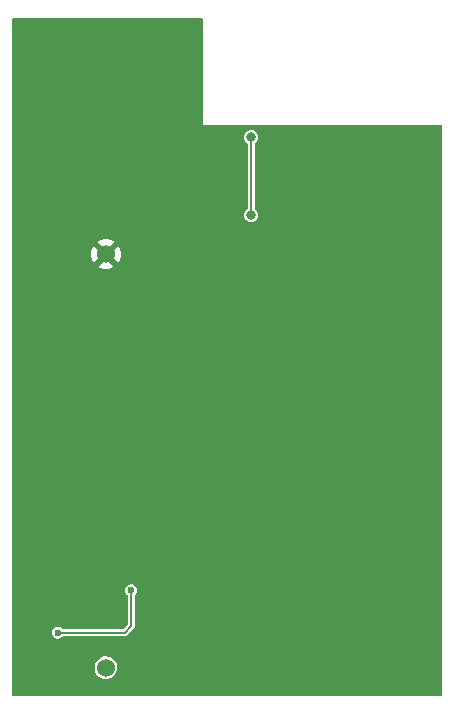
<source format=gbl>
%TF.GenerationSoftware,KiCad,Pcbnew,6.0.0-d3dd2cf0fa~116~ubuntu20.04.1*%
%TF.CreationDate,2022-01-26T23:02:35+01:00*%
%TF.ProjectId,han_to_wifi_board,68616e5f-746f-45f7-9769-66695f626f61,rev?*%
%TF.SameCoordinates,Original*%
%TF.FileFunction,Copper,L2,Bot*%
%TF.FilePolarity,Positive*%
%FSLAX46Y46*%
G04 Gerber Fmt 4.6, Leading zero omitted, Abs format (unit mm)*
G04 Created by KiCad (PCBNEW 6.0.0-d3dd2cf0fa~116~ubuntu20.04.1) date 2022-01-26 23:02:35*
%MOMM*%
%LPD*%
G01*
G04 APERTURE LIST*
%TA.AperFunction,ComponentPad*%
%ADD10C,1.524000*%
%TD*%
%TA.AperFunction,ViaPad*%
%ADD11C,0.600000*%
%TD*%
%TA.AperFunction,ViaPad*%
%ADD12C,0.800000*%
%TD*%
%TA.AperFunction,Conductor*%
%ADD13C,0.200000*%
%TD*%
G04 APERTURE END LIST*
D10*
%TO.P,C3,1*%
%TO.N,/24V*%
X119280000Y-148550000D03*
%TO.P,C3,2*%
%TO.N,GND*%
X119280000Y-113550000D03*
%TD*%
D11*
%TO.N,Net-(R16-Pad2)*%
X115189000Y-145592800D03*
D12*
%TO.N,GND*%
X116332000Y-143256000D03*
D11*
%TO.N,Net-(R16-Pad2)*%
X121412000Y-141986000D03*
%TO.N,GND*%
X114300000Y-142748000D03*
X114300000Y-141732000D03*
X115316000Y-142748000D03*
X113284000Y-142748000D03*
X115316000Y-141732000D03*
D12*
X133350000Y-137160000D03*
X123444000Y-111760000D03*
X132588000Y-125984000D03*
X138176000Y-124460000D03*
X131572000Y-121412000D03*
X125476000Y-122428000D03*
X123444000Y-117856000D03*
X120904000Y-117856000D03*
X118872000Y-118364000D03*
X116840000Y-117856000D03*
X125984000Y-126492000D03*
X121920000Y-130556000D03*
X116840000Y-135636000D03*
X118872000Y-135636000D03*
X123444000Y-138176000D03*
X119888000Y-136144000D03*
X119888000Y-146304000D03*
X117856000Y-143256000D03*
D11*
X113284000Y-141732000D03*
D12*
X113538000Y-149860000D03*
X128270000Y-143510000D03*
X145034000Y-143510000D03*
X140970000Y-137160000D03*
X144780000Y-124968000D03*
X142240000Y-124968000D03*
X146812000Y-121412000D03*
X146304000Y-117856000D03*
%TO.N,/~{RST}*%
X131572000Y-103632000D03*
X131572000Y-110236000D03*
%TD*%
D13*
%TO.N,Net-(R16-Pad2)*%
X115189000Y-145592800D02*
X120853200Y-145592800D01*
X120853200Y-145592800D02*
X121412000Y-145034000D01*
X121412000Y-145034000D02*
X121412000Y-141986000D01*
%TO.N,/~{RST}*%
X131572000Y-103632000D02*
X131572000Y-110236000D01*
%TD*%
%TA.AperFunction,Conductor*%
%TO.N,GND*%
G36*
X127450121Y-93565002D02*
G01*
X127496614Y-93618658D01*
X127508000Y-93671000D01*
X127508000Y-102616000D01*
X147629000Y-102616000D01*
X147697121Y-102636002D01*
X147743614Y-102689658D01*
X147755000Y-102742000D01*
X147755000Y-150804000D01*
X147734998Y-150872121D01*
X147681342Y-150918614D01*
X147629000Y-150930000D01*
X111451000Y-150930000D01*
X111382879Y-150909998D01*
X111336386Y-150856342D01*
X111325000Y-150804000D01*
X111325000Y-148536496D01*
X118312937Y-148536496D01*
X118328732Y-148724590D01*
X118380760Y-148906034D01*
X118467040Y-149073917D01*
X118470865Y-149078743D01*
X118470867Y-149078746D01*
X118580456Y-149217014D01*
X118580460Y-149217019D01*
X118584285Y-149221844D01*
X118728030Y-149344180D01*
X118733408Y-149347186D01*
X118733410Y-149347187D01*
X118810415Y-149390223D01*
X118892800Y-149436267D01*
X119072317Y-149494595D01*
X119259745Y-149516945D01*
X119265880Y-149516473D01*
X119265882Y-149516473D01*
X119441803Y-149502937D01*
X119441807Y-149502936D01*
X119447945Y-149502464D01*
X119453877Y-149500808D01*
X119453881Y-149500807D01*
X119623804Y-149453363D01*
X119623808Y-149453362D01*
X119629748Y-149451703D01*
X119709297Y-149411520D01*
X119792728Y-149369377D01*
X119792730Y-149369376D01*
X119798229Y-149366598D01*
X119946970Y-149250388D01*
X119950996Y-149245724D01*
X119950999Y-149245721D01*
X120066278Y-149112169D01*
X120066279Y-149112167D01*
X120070307Y-149107501D01*
X120163542Y-148943378D01*
X120223123Y-148764272D01*
X120246780Y-148577005D01*
X120247157Y-148550000D01*
X120228738Y-148362145D01*
X120174181Y-148181445D01*
X120085566Y-148014783D01*
X119966266Y-147868508D01*
X119960475Y-147863717D01*
X119825577Y-147752120D01*
X119825574Y-147752118D01*
X119820827Y-147748191D01*
X119654788Y-147658414D01*
X119474474Y-147602597D01*
X119468356Y-147601954D01*
X119468351Y-147601953D01*
X119292881Y-147583511D01*
X119292879Y-147583511D01*
X119286752Y-147582867D01*
X119171125Y-147593390D01*
X119104914Y-147599415D01*
X119104913Y-147599415D01*
X119098773Y-147599974D01*
X118917697Y-147653268D01*
X118750420Y-147740718D01*
X118603316Y-147858993D01*
X118481986Y-148003588D01*
X118391052Y-148168996D01*
X118333978Y-148348917D01*
X118312937Y-148536496D01*
X111325000Y-148536496D01*
X111325000Y-145586623D01*
X114683391Y-145586623D01*
X114701980Y-145728779D01*
X114759720Y-145860003D01*
X114765497Y-145866876D01*
X114765498Y-145866877D01*
X114789327Y-145895225D01*
X114851970Y-145969748D01*
X114971313Y-146049190D01*
X115108157Y-146091942D01*
X115117129Y-146092106D01*
X115117132Y-146092107D01*
X115182463Y-146093304D01*
X115251499Y-146094570D01*
X115260533Y-146092107D01*
X115381158Y-146059221D01*
X115381160Y-146059220D01*
X115389817Y-146056860D01*
X115511991Y-145981845D01*
X115522941Y-145969748D01*
X115554623Y-145934746D01*
X115615166Y-145897664D01*
X115648039Y-145893300D01*
X120800834Y-145893300D01*
X120803507Y-145893496D01*
X120808542Y-145895225D01*
X120820164Y-145894789D01*
X120820166Y-145894789D01*
X120857455Y-145893389D01*
X120862181Y-145893300D01*
X120881148Y-145893300D01*
X120885883Y-145892418D01*
X120889409Y-145892190D01*
X120893149Y-145892049D01*
X120920408Y-145891026D01*
X120931093Y-145886436D01*
X120935693Y-145885399D01*
X120947414Y-145881838D01*
X120951817Y-145880139D01*
X120963253Y-145878009D01*
X120984241Y-145865072D01*
X121000611Y-145856569D01*
X121015088Y-145850349D01*
X121015092Y-145850347D01*
X121023263Y-145846836D01*
X121028149Y-145842822D01*
X121030334Y-145840637D01*
X121032597Y-145838585D01*
X121032742Y-145838745D01*
X121041749Y-145831625D01*
X121048644Y-145825373D01*
X121058548Y-145819268D01*
X121075116Y-145797480D01*
X121086310Y-145784661D01*
X121587452Y-145283519D01*
X121589486Y-145281763D01*
X121594269Y-145279425D01*
X121627573Y-145243523D01*
X121630853Y-145240118D01*
X121644248Y-145226723D01*
X121646972Y-145222753D01*
X121649297Y-145220105D01*
X121662490Y-145205882D01*
X121670401Y-145197354D01*
X121674713Y-145186547D01*
X121677232Y-145182562D01*
X121683004Y-145171753D01*
X121684911Y-145167448D01*
X121691493Y-145157854D01*
X121697186Y-145133864D01*
X121702751Y-145116268D01*
X121708586Y-145101642D01*
X121711883Y-145093378D01*
X121712500Y-145087085D01*
X121712500Y-145084003D01*
X121712650Y-145080933D01*
X121712866Y-145080944D01*
X121714198Y-145069569D01*
X121714653Y-145060255D01*
X121717340Y-145048934D01*
X121713651Y-145021827D01*
X121712500Y-145004836D01*
X121712500Y-142448449D01*
X121732502Y-142380328D01*
X121745085Y-142363894D01*
X121825176Y-142275411D01*
X121825181Y-142275404D01*
X121831200Y-142268754D01*
X121893710Y-142139733D01*
X121917496Y-141998354D01*
X121917647Y-141986000D01*
X121897323Y-141844082D01*
X121837984Y-141713572D01*
X121819598Y-141692234D01*
X121750260Y-141611763D01*
X121750257Y-141611760D01*
X121744400Y-141604963D01*
X121624095Y-141526985D01*
X121486739Y-141485907D01*
X121477763Y-141485852D01*
X121477762Y-141485852D01*
X121417555Y-141485484D01*
X121343376Y-141485031D01*
X121205529Y-141524428D01*
X121084280Y-141600930D01*
X120989377Y-141708388D01*
X120928447Y-141838163D01*
X120906391Y-141979823D01*
X120907555Y-141988725D01*
X120907555Y-141988728D01*
X120908814Y-141998354D01*
X120924980Y-142121979D01*
X120982720Y-142253203D01*
X120988497Y-142260076D01*
X120988498Y-142260077D01*
X120995792Y-142268754D01*
X121069689Y-142356665D01*
X121074970Y-142362948D01*
X121074063Y-142363710D01*
X121106934Y-142416653D01*
X121111500Y-142450265D01*
X121111500Y-144857339D01*
X121091498Y-144925460D01*
X121074595Y-144946434D01*
X120765634Y-145255395D01*
X120703322Y-145289421D01*
X120676539Y-145292300D01*
X115648549Y-145292300D01*
X115580428Y-145272298D01*
X115553096Y-145248548D01*
X115527259Y-145218563D01*
X115521400Y-145211763D01*
X115401095Y-145133785D01*
X115263739Y-145092707D01*
X115254763Y-145092652D01*
X115254762Y-145092652D01*
X115194555Y-145092284D01*
X115120376Y-145091831D01*
X114982529Y-145131228D01*
X114861280Y-145207730D01*
X114766377Y-145315188D01*
X114705447Y-145444963D01*
X114683391Y-145586623D01*
X111325000Y-145586623D01*
X111325000Y-114608777D01*
X118585777Y-114608777D01*
X118595074Y-114620793D01*
X118638069Y-114650898D01*
X118647555Y-114656376D01*
X118838993Y-114745645D01*
X118849285Y-114749391D01*
X119053309Y-114804059D01*
X119064104Y-114805962D01*
X119274525Y-114824372D01*
X119285475Y-114824372D01*
X119495896Y-114805962D01*
X119506691Y-114804059D01*
X119710715Y-114749391D01*
X119721007Y-114745645D01*
X119912445Y-114656376D01*
X119921931Y-114650898D01*
X119965764Y-114620207D01*
X119974139Y-114609729D01*
X119967071Y-114596281D01*
X119292812Y-113922022D01*
X119278868Y-113914408D01*
X119277035Y-113914539D01*
X119270420Y-113918790D01*
X118592207Y-114597003D01*
X118585777Y-114608777D01*
X111325000Y-114608777D01*
X111325000Y-113555475D01*
X118005628Y-113555475D01*
X118024038Y-113765896D01*
X118025941Y-113776691D01*
X118080609Y-113980715D01*
X118084355Y-113991007D01*
X118173623Y-114182441D01*
X118179103Y-114191932D01*
X118209794Y-114235765D01*
X118220271Y-114244140D01*
X118233718Y-114237072D01*
X118907978Y-113562812D01*
X118914356Y-113551132D01*
X119644408Y-113551132D01*
X119644539Y-113552965D01*
X119648790Y-113559580D01*
X120327003Y-114237793D01*
X120338777Y-114244223D01*
X120350793Y-114234926D01*
X120380897Y-114191932D01*
X120386377Y-114182441D01*
X120475645Y-113991007D01*
X120479391Y-113980715D01*
X120534059Y-113776691D01*
X120535962Y-113765896D01*
X120554372Y-113555475D01*
X120554372Y-113544525D01*
X120535962Y-113334104D01*
X120534059Y-113323309D01*
X120479391Y-113119285D01*
X120475645Y-113108993D01*
X120386377Y-112917559D01*
X120380897Y-112908068D01*
X120350206Y-112864235D01*
X120339729Y-112855860D01*
X120326282Y-112862928D01*
X119652022Y-113537188D01*
X119644408Y-113551132D01*
X118914356Y-113551132D01*
X118915592Y-113548868D01*
X118915461Y-113547035D01*
X118911210Y-113540420D01*
X118232997Y-112862207D01*
X118221223Y-112855777D01*
X118209207Y-112865074D01*
X118179103Y-112908068D01*
X118173623Y-112917559D01*
X118084355Y-113108993D01*
X118080609Y-113119285D01*
X118025941Y-113323309D01*
X118024038Y-113334104D01*
X118005628Y-113544525D01*
X118005628Y-113555475D01*
X111325000Y-113555475D01*
X111325000Y-112490271D01*
X118585860Y-112490271D01*
X118592928Y-112503718D01*
X119267188Y-113177978D01*
X119281132Y-113185592D01*
X119282965Y-113185461D01*
X119289580Y-113181210D01*
X119967793Y-112502997D01*
X119974223Y-112491223D01*
X119964926Y-112479207D01*
X119921931Y-112449102D01*
X119912445Y-112443624D01*
X119721007Y-112354355D01*
X119710715Y-112350609D01*
X119506691Y-112295941D01*
X119495896Y-112294038D01*
X119285475Y-112275628D01*
X119274525Y-112275628D01*
X119064104Y-112294038D01*
X119053309Y-112295941D01*
X118849285Y-112350609D01*
X118838993Y-112354355D01*
X118647559Y-112443623D01*
X118638068Y-112449103D01*
X118594235Y-112479794D01*
X118585860Y-112490271D01*
X111325000Y-112490271D01*
X111325000Y-110236000D01*
X130966318Y-110236000D01*
X130986956Y-110392762D01*
X131047464Y-110538841D01*
X131143718Y-110664282D01*
X131269159Y-110760536D01*
X131415238Y-110821044D01*
X131572000Y-110841682D01*
X131580188Y-110840604D01*
X131720574Y-110822122D01*
X131728762Y-110821044D01*
X131874841Y-110760536D01*
X132000282Y-110664282D01*
X132096536Y-110538841D01*
X132157044Y-110392762D01*
X132177682Y-110236000D01*
X132157044Y-110079238D01*
X132096536Y-109933159D01*
X132000282Y-109807718D01*
X131921796Y-109747493D01*
X131879929Y-109690156D01*
X131872500Y-109647531D01*
X131872500Y-104220469D01*
X131892502Y-104152348D01*
X131921796Y-104120506D01*
X131993736Y-104065305D01*
X132000282Y-104060282D01*
X132096536Y-103934841D01*
X132157044Y-103788762D01*
X132177682Y-103632000D01*
X132157044Y-103475238D01*
X132096536Y-103329159D01*
X132000282Y-103203718D01*
X131874841Y-103107464D01*
X131728762Y-103046956D01*
X131572000Y-103026318D01*
X131415238Y-103046956D01*
X131269159Y-103107464D01*
X131143718Y-103203718D01*
X131047464Y-103329159D01*
X130986956Y-103475238D01*
X130966318Y-103632000D01*
X130986956Y-103788762D01*
X131047464Y-103934841D01*
X131143718Y-104060282D01*
X131150264Y-104065305D01*
X131222204Y-104120506D01*
X131264071Y-104177844D01*
X131271500Y-104220469D01*
X131271500Y-109647531D01*
X131251498Y-109715652D01*
X131222205Y-109747493D01*
X131143718Y-109807718D01*
X131047464Y-109933159D01*
X130986956Y-110079238D01*
X130966318Y-110236000D01*
X111325000Y-110236000D01*
X111325000Y-93671000D01*
X111345002Y-93602879D01*
X111398658Y-93556386D01*
X111451000Y-93545000D01*
X127382000Y-93545000D01*
X127450121Y-93565002D01*
G37*
%TD.AperFunction*%
%TD*%
M02*

</source>
